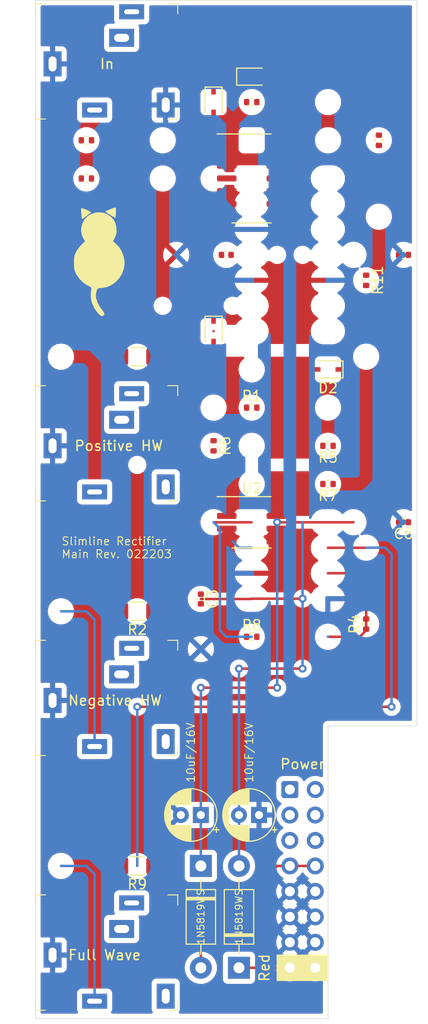
<source format=kicad_pcb>
(kicad_pcb (version 20211014) (generator pcbnew)
  (layers (0 "F.Cu" signal) (31 "B.Cu" signal) (34 "B.Paste" user) (35 "F.Paste" user) (36 "B.SilkS" user "B.Silkscreen") (37 "F.SilkS" user "F.Silkscreen") (38 "B.Mask" user) (39 "F.Mask" user) (44 "Edge.Cuts" user))
  (net 0 "")
  (net 1 "+12V")
  (net 2 "GND")
  (net 3 "-12V")
  (net 4 "Net-(D1-Pad1)")
  (net 5 "Net-(D1-Pad2)")
  (net 6 "Net-(D2-Pad1)")
  (net 7 "Net-(D3-Pad1)")
  (net 8 "Net-(D3-Pad2)")
  (net 9 "Net-(D4-Pad2)")
  (net 10 "Net-(D5-Pad2)")
  (net 11 "Net-(D6-Pad1)")
  (net 12 "Net-(J1-PadT)")
  (net 13 "Net-(J2-PadT)")
  (net 14 "Net-(J3-PadT)")
  (net 15 "Net-(J4-PadT)")
  (net 16 "Net-(R4-Pad1)")
  (net 17 "Net-(R4-Pad2)")
  (net 18 "Net-(R5-Pad2)")
  (net 19 "Net-(R6-Pad2)")
  (net 20 "Net-(R11-Pad2)")
  (net 21 "Net-(R11-Pad1)")
  (footprint "Capacitor_SMD:C_0402_1005Metric" (layer "F.Cu") (at 16.51 59.73 -90)
    (fp_text reference "C3" (at 0 -1.16 -90) (layer "F.SilkS"))
    (fp_text value "100n")
    (pad "1" smd roundrect (at -0.48 0 270) (size 0.56 0.62) (layers "F.Cu" "F.Paste" "F.Mask") (net 3 "-12V"))
    (pad "2" smd roundrect (at 0.48 0 270) (size 0.56 0.62) (layers "F.Cu" "F.Paste" "F.Mask") (net 2 "GND"))
  )
  (footprint "Diode_THT:D_DO-41_SOD81_P10.16mm_Horizontal" (layer "F.Cu") (at 20.32 96.52 90)
    (fp_text reference "D6" hide)
    (fp_text value "1N5819WS" (at 5.08 0 90) (layer "F.SilkS") (effects (font (size 0.7 0.7) (thickness 0.1))))
    (pad "1" thru_hole rect (at 0 0 90) (size 2.2 2.2) (drill 1.1) (layers *.Cu *.Mask) (net 11 "Net-(D6-Pad1)"))
    (pad "2" thru_hole oval (at 10.16 0 90) (size 2.2 2.2) (drill 1.1) (layers *.Cu *.Mask) (net 3 "-12V"))
  )
  (footprint "Resistor_SMD:R_1206_3216Metric" (layer "F.Cu") (at 10.16 60.96 180)
    (fp_text reference "R2" (at 0 -1.82 180) (layer "F.SilkS"))
    (fp_text value "1k")
    (pad "1" smd roundrect (at -1.4625 0 180) (size 1.125 1.75) (layers "F.Cu" "F.Paste" "F.Mask") (roundrect_rratio 0.222222) (net 6 "Net-(D2-Pad1)"))
    (pad "2" smd roundrect (at 1.4625 0 180) (size 1.125 1.75) (layers "F.Cu" "F.Paste" "F.Mask") (roundrect_rratio 0.222222) (net 12 "Net-(J1-PadT)"))
  )
  (footprint "Resistor_SMD:R_0402_1005Metric" (layer "F.Cu") (at 5.08 13.97)
    (fp_text reference "R12" hide)
    (fp_text value "100k" hide)
    (pad "1" smd roundrect (at -0.51 0) (size 0.54 0.64) (layers "F.Cu" "F.Paste" "F.Mask") (net 14 "Net-(J3-PadT)"))
    (pad "2" smd roundrect (at 0.51 0) (size 0.54 0.64) (layers "F.Cu" "F.Paste" "F.Mask") (net 7 "Net-(D3-Pad1)"))
  )
  (footprint "Resistor_SMD:R_0402_1005Metric" (layer "F.Cu") (at 33.02 27.94 -90)
    (fp_text reference "R11" (at 0 -1.17 -90) (layer "F.SilkS"))
    (fp_text value "100k")
    (pad "1" smd roundrect (at -0.51 0 270) (size 0.54 0.64) (layers "F.Cu" "F.Paste" "F.Mask") (net 21 "Net-(R11-Pad1)"))
    (pad "2" smd roundrect (at 0.51 0 270) (size 0.54 0.64) (layers "F.Cu" "F.Paste" "F.Mask") (net 20 "Net-(R11-Pad2)"))
  )
  (footprint "Capacitor_THT:CP_Radial_D5.0mm_P2.00mm" (layer "F.Cu") (at 22.32 81.28 180)
    (fp_text reference "C4" hide)
    (fp_text value "10uF/16V" (at 1 3.175 90) (layer "F.SilkS") (effects (font (size 0.8 0.8) (thickness 0.1)) (justify left)))
    (pad "1" thru_hole rect (at 0 0 180) (size 1.6 1.6) (drill 0.8) (layers *.Cu *.Mask) (net 2 "GND"))
    (pad "2" thru_hole circle (at 2 0 180) (size 1.6 1.6) (drill 0.8) (layers *.Cu *.Mask) (net 3 "-12V"))
  )
  (footprint "Resistor_SMD:R_0402_1005Metric" (layer "F.Cu") (at 33.02 62.23 90)
    (fp_text reference "R4" (at 0 -1.17 90) (layer "F.SilkS"))
    (fp_text value "100k")
    (pad "1" smd roundrect (at -0.51 0 90) (size 0.54 0.64) (layers "F.Cu" "F.Paste" "F.Mask") (net 16 "Net-(R4-Pad1)"))
    (pad "2" smd roundrect (at 0.51 0 90) (size 0.54 0.64) (layers "F.Cu" "F.Paste" "F.Mask") (net 17 "Net-(R4-Pad2)"))
  )
  (footprint "Resistor_SMD:R_0402_1005Metric" (layer "F.Cu") (at 29.21 48.26 180)
    (fp_text reference "R7" (at 0 -1.17 180) (layer "F.SilkS"))
    (fp_text value "100k")
    (pad "1" smd roundrect (at -0.51 0 180) (size 0.54 0.64) (layers "F.Cu" "F.Paste" "F.Mask") (net 20 "Net-(R11-Pad2)"))
    (pad "2" smd roundrect (at 0.51 0 180) (size 0.54 0.64) (layers "F.Cu" "F.Paste" "F.Mask") (net 18 "Net-(R5-Pad2)"))
  )
  (footprint "Resistor_SMD:R_0402_1005Metric" (layer "F.Cu") (at 17.78 44.45 -90)
    (fp_text reference "R6" (at 0 -1.17 -90) (layer "F.SilkS"))
    (fp_text value "100k")
    (pad "1" smd roundrect (at -0.51 0 270) (size 0.54 0.64) (layers "F.Cu" "F.Paste" "F.Mask") (net 18 "Net-(R5-Pad2)"))
    (pad "2" smd roundrect (at 0.51 0 270) (size 0.54 0.64) (layers "F.Cu" "F.Paste" "F.Mask") (net 19 "Net-(R6-Pad2)"))
  )
  (footprint "CATs_Eurosynth_Specials:CATs Tiny" (layer "F.Cu") (at 6.35 26.035)
    (fp_text reference "G***" hide)
    (fp_text value "LOGO" hide)
  )
  (footprint "Diode_SMD:D_SOD-323" (layer "F.Cu") (at 17.78 10.16 -90)
    (fp_text reference "D3" hide)
    (fp_text value "1N4148WS" hide)
    (pad "1" smd rect (at -1.05 0 270) (size 0.6 0.45) (layers "F.Cu" "F.Paste" "F.Mask") (net 7 "Net-(D3-Pad1)"))
    (pad "2" smd rect (at 1.05 0 270) (size 0.6 0.45) (layers "F.Cu" "F.Paste" "F.Mask") (net 8 "Net-(D3-Pad2)"))
  )
  (footprint "Package_SO:SOIC-8_3.9x4.9mm_P1.27mm" (layer "F.Cu") (at 21.575 52.08)
    (fp_text reference "U2" (at 0 -3.4) (layer "F.SilkS"))
    (fp_text value "TL082CDT")
    (pad "1" smd roundrect (at -2.475 -1.905) (size 1.95 0.6) (layers "F.Cu" "F.Paste" "F.Mask") (net 19 "Net-(R6-Pad2)"))
    (pad "2" smd roundrect (at -2.475 -0.635) (size 1.95 0.6) (layers "F.Cu" "F.Paste" "F.Mask") (net 18 "Net-(R5-Pad2)"))
    (pad "3" smd roundrect (at -2.475 0.635) (size 1.95 0.6) (layers "F.Cu" "F.Paste" "F.Mask") (net 2 "GND"))
    (pad "4" smd roundrect (at -2.475 1.905) (size 1.95 0.6) (layers "F.Cu" "F.Paste" "F.Mask") (net 3 "-12V"))
    (pad "5" smd roundrect (at 2.475 1.905) (size 1.95 0.6) (layers "F.Cu" "F.Paste" "F.Mask") (net 2 "GND"))
    (pad "6" smd roundrect (at 2.475 0.635) (size 1.95 0.6) (layers "F.Cu" "F.Paste" "F.Mask") (net 16 "Net-(R4-Pad1)"))
    (pad "7" smd roundrect (at 2.475 -0.635) (size 1.95 0.6) (layers "F.Cu" "F.Paste" "F.Mask") (net 17 "Net-(R4-Pad2)"))
    (pad "8" smd roundrect (at 2.475 -1.905) (size 1.95 0.6) (layers "F.Cu" "F.Paste" "F.Mask") (net 1 "+12V"))
  )
  (footprint "Connector_Audio_QingPu:Jack_3.5mm_QingPu_WQP-PJ324M" (layer "F.Cu") (at 0 95.25)
    (fp_text reference "J2" hide)
    (fp_text value "Full Wave" (at 3.175 0) (layer "F.SilkS") (effects (justify left)))
    (pad "R" thru_hole rect locked (at 9.6 -5.2) (size 2.5 1.5) (drill oval 1.5 0.5) (layers *.Cu *.Mask))
    (pad "RN" thru_hole rect locked (at 8.6 -2.6) (size 2.5 1.8) (drill oval 1.5 0.8) (layers *.Cu *.Mask))
    (pad "S" thru_hole rect locked (at 1.7 0) (size 1.8 2.5) (drill oval 0.8 1.5) (layers *.Cu *.Mask) (net 2 "GND"))
    (pad "T" thru_hole rect locked (at 5.9 4.6) (size 2.5 1.5) (drill oval 1.5 0.5) (layers *.Cu *.Mask) (net 13 "Net-(J2-PadT)"))
    (pad "TN" thru_hole rect locked (at 13 4.1) (size 1.8 2.5) (drill oval 0.8 1.5) (layers *.Cu *.Mask))
  )
  (footprint "CATs_Eurosynth_Specials:Power_2x8_Horizontal" (layer "F.Cu") (at 25.4 78.74)
    (fp_text reference "J5" hide)
    (fp_text value "Power" hide)
    (fp_text user "Red" (at -2.54 17.78 90) (layer "F.SilkS"))
    (fp_text user "Power" (at 1.27 -2.54 180) (layer "F.SilkS"))
    (pad "+5V" thru_hole circle locked (at 0 5.08) (size 1.7 1.7) (drill 1) (layers *.Cu *.Mask))
    (pad "+5V" thru_hole circle locked (at 2.54 5.08) (size 1.7 1.7) (drill 1) (layers *.Cu *.Mask))
    (pad "+12V" thru_hole circle locked (at 2.54 7.62) (size 1.7 1.7) (drill 1) (layers *.Cu *.Mask) (net 10 "Net-(D5-Pad2)"))
    (pad "+12V" thru_hole circle locked (at 0 7.62) (size 1.7 1.7) (drill 1) (layers *.Cu *.Mask) (net 10 "Net-(D5-Pad2)"))
    (pad "-12V" thru_hole circle locked (at 0 17.78) (size 1.7 1.7) (drill 1) (layers *.Cu *.Mask) (net 11 "Net-(D6-Pad1)"))
    (pad "-12V" thru_hole circle locked (at 2.54 17.78) (size 1.7 1.7) (drill 1) (layers *.Cu *.Mask) (net 11 "Net-(D6-Pad1)"))
    (pad "CV" thru_hole circle locked (at 0 2.54) (size 1.7 1.7) (drill 1) (layers *.Cu *.Mask))
    (pad "CV" thru_hole circle locked (at 2.54 2.54) (size 1.7 1.7) (drill 1) (layers *.Cu *.Mask))
    (pad "GND" thru_hole circle locked (at 2.54 10.16) (size 1.7 1.7) (drill 1) (layers *.Cu *.Mask) (net 2 "GND"))
    (pad "GND" thru_hole circle locked (at 0 12.7) (size 1.7 1.7) (drill 1) (layers *.Cu *.Mask) (net 2 "GND"))
    (pad "GND" thru_hole circle locked (at 0 10.16) (size 1.7 1.7) (drill 1) (layers *.Cu *.Mask) (net 2 "GND"))
    (pad "GND" thru_hole circle locked (at 2.54 12.7) (size 1.7 1.7) (drill 1) (layers *.Cu *.Mask) (net 2 "GND"))
    (pad "GND" thru_hole circle locked (at 2.54 15.24) (size 1.7 1.7) (drill 1) (layers *.Cu *.Mask) (net 2 "GND"))
    (pad "GND" thru_hole circle locked (at 0 15.24) (size 1.7 1.7) (drill 1) (layers *.Cu *.Mask) (net 2 "GND"))
    (pad "Gate" thru_hole roundrect locked (at 0 0) (size 1.7 1.7) (drill 1) (layers *.Cu *.Mask) (roundrect_rratio 0.147))
    (pad "Gate" thru_hole circle locked (at 2.54 0) (size 1.7 1.7) (drill 1) (layers *.Cu *.Mask))
  )
  (footprint "Resistor_SMD:R_0402_1005Metric" (layer "F.Cu") (at 21.59 63.5)
    (fp_text reference "R8" (at 0 -1.17) (layer "F.SilkS"))
    (fp_text value "100k")
    (pad "1" smd roundrect (at -0.51 0) (size 0.54 0.64) (layers "F.Cu" "F.Paste" "F.Mask") (net 19 "Net-(R6-Pad2)"))
    (pad "2" smd roundrect (at 0.51 0) (size 0.54 0.64) (layers "F.Cu" "F.Paste" "F.Mask") (net 16 "Net-(R4-Pad1)"))
  )
  (footprint "Diode_SMD:D_SOD-323" (layer "F.Cu") (at 21.59 7.62)
    (fp_text reference "D4" hide)
    (fp_text value "1N4148WS" hide)
    (pad "1" smd rect (at -1.05 0) (size 0.6 0.45) (layers "F.Cu" "F.Paste" "F.Mask") (net 8 "Net-(D3-Pad2)"))
    (pad "2" smd rect (at 1.05 0) (size 0.6 0.45) (layers "F.Cu" "F.Paste" "F.Mask") (net 9 "Net-(D4-Pad2)"))
  )
  (footprint "Connector_Audio_QingPu:Jack_3.5mm_QingPu_WQP-PJ324M" (layer "F.Cu") (at 0 6.35)
    (fp_text reference "J3" hide)
    (fp_text value "In" (at 6.35 0) (layer "F.SilkS") (effects (justify left)))
    (pad "R" thru_hole rect locked (at 9.6 -5.2) (size 2.5 1.5) (drill oval 1.5 0.5) (layers *.Cu *.Mask))
    (pad "RN" thru_hole rect locked (at 8.6 -2.6) (size 2.5 1.8) (drill oval 1.5 0.8) (layers *.Cu *.Mask))
    (pad "S" thru_hole rect locked (at 1.7 0) (size 1.8 2.5) (drill oval 0.8 1.5) (layers *.Cu *.Mask) (net 2 "GND"))
    (pad "T" thru_hole rect locked (at 5.9 4.6) (size 2.5 1.5) (drill oval 1.5 0.5) (layers *.Cu *.Mask) (net 14 "Net-(J3-PadT)"))
    (pad "TN" thru_hole rect locked (at 13 4.1) (size 1.8 2.5) (drill oval 0.8 1.5) (layers *.Cu *.Mask) (net 2 "GND"))
  )
  (footprint "Capacitor_SMD:C_0402_1005Metric" (layer "F.Cu") (at 19.05 25.4 180)
    (fp_text reference "C2" hide)
    (fp_text value "100n" hide)
    (pad "1" smd roundrect (at -0.48 0 180) (size 0.56 0.62) (layers "F.Cu" "F.Paste" "F.Mask") (net 1 "+12V"))
    (pad "2" smd roundrect (at 0.48 0 180) (size 0.56 0.62) (layers "F.Cu" "F.Paste" "F.Mask") (net 2 "GND"))
  )
  (footprint "Diode_SMD:D_SOD-323" (layer "F.Cu") (at 29.21 36.83 180)
    (fp_text reference "D2" (at 0 -1.85 180) (layer "F.SilkS"))
    (fp_text value "1N4148WS")
    (pad "1" smd rect (at -1.05 0 180) (size 0.6 0.45) (layers "F.Cu" "F.Paste" "F.Mask") (net 6 "Net-(D2-Pad1)"))
    (pad "2" smd rect (at 1.05 0 180) (size 0.6 0.45) (layers "F.Cu" "F.Paste" "F.Mask") (net 4 "Net-(D1-Pad1)"))
  )
  (footprint "Resistor_SMD:R_0402_1005Metric" (layer "F.Cu") (at 34.29 13.97 -90)
    (fp_text reference "R13" hide)
    (fp_text value "100k" hide)
    (pad "1" smd roundrect (at -0.51 0 270) (size 0.54 0.64) (layers "F.Cu" "F.Paste" "F.Mask") (net 9 "Net-(D4-Pad2)"))
    (pad "2" smd roundrect (at 0.51 0 270) (size 0.54 0.64) (layers "F.Cu" "F.Paste" "F.Mask") (net 21 "Net-(R11-Pad1)"))
  )
  (footprint "Resistor_SMD:R_0402_1005Metric" (layer "F.Cu") (at 29.21 44.45 180)
    (fp_text reference "R5" (at 0 -1.17 180) (layer "F.SilkS"))
    (fp_text value "100k")
    (pad "1" smd roundrect (at -0.51 0 180) (size 0.54 0.64) (layers "F.Cu" "F.Paste" "F.Mask") (net 6 "Net-(D2-Pad1)"))
    (pad "2" smd roundrect (at 0.51 0 180) (size 0.54 0.64) (layers "F.Cu" "F.Paste" "F.Mask") (net 18 "Net-(R5-Pad2)"))
  )
  (footprint "Diode_SMD:D_SOD-323" (layer "F.Cu") (at 17.78 33.02 -90)
    (fp_text reference "D1" hide)
    (fp_text value "1N4148WS" hide)
    (pad "1" smd rect (at -1.05 0 270) (size 0.6 0.45) (layers "F.Cu" "F.Paste" "F.Mask") (net 4 "Net-(D1-Pad1)"))
    (pad "2" smd rect (at 1.05 0 270) (size 0.6 0.45) (layers "F.Cu" "F.Paste" "F.Mask") (net 5 "Net-(D1-Pad2)"))
  )
  (footprint "Resistor_SMD:R_0402_1005Metric" (layer "F.Cu") (at 21.59 10.16)
    (fp_text reference "R10" hide)
    (fp_text value "100k" hide)
    (pad "1" smd roundrect (at -0.51 0) (size 0.54 0.64) (layers "F.Cu" "F.Paste" "F.Mask") (net 7 "Net-(D3-Pad1)"))
    (pad "2" smd roundrect (at 0.51 0) (size 0.54 0.64) (layers "F.Cu" "F.Paste" "F.Mask") (net 9 "Net-(D4-Pad2)"))
  )
  (footprint "Resistor_SMD:R_0402_1005Metric" (layer "F.Cu") (at 21.59 40.64)
    (fp_text reference "R1" (at 0 -1.17) (layer "F.SilkS"))
    (fp_text value "100k")
    (pad "1" smd roundrect (at -0.51 0) (size 0.54 0.64) (layers "F.Cu" "F.Paste" "F.Mask") (net 5 "Net-(D1-Pad2)"))
    (pad "2" smd roundrect (at 0.51 0) (size 0.54 0.64) (layers "F.Cu" "F.Paste" "F.Mask") (net 6 "Net-(D2-Pad1)"))
  )
  (footprint "Connector_Audio_QingPu:Jack_3.5mm_QingPu_WQP-PJ324M" (layer "F.Cu") (at 0 69.85)
    (fp_text reference "J1" hide)
    (fp_text value "Negative HW" (at 3.175 0) (layer "F.SilkS") (effects (justify left)))
    (pad "R" thru_hole rect locked (at 9.6 -5.2) (size 2.5 1.5) (drill oval 1.5 0.5) (layers *.Cu *.Mask))
    (pad "RN" thru_hole rect locked (at 8.6 -2.6) (size 2.5 1.8) (drill oval 1.5 0.8) (layers *.Cu *.Mask))
    (pad "S" thru_hole rect locked (at 1.7 0) (size 1.8 2.5) (drill oval 0.8 1.5) (layers *.Cu *.Mask) (net 2 "GND"))
    (pad "T" thru_hole rect locked (at 5.9 4.6) (size 2.5 1.5) (drill oval 1.5 0.5) (layers *.Cu *.Mask) (net 12 "Net-(J1-PadT)"))
    (pad "TN" thru_hole rect locked (at 13 4.1) (size 1.8 2.5) (drill oval 0.8 1.5) (layers *.Cu *.Mask))
  )
  (footprint "Capacitor_SMD:C_0402_1005Metric" (layer "F.Cu") (at 36.75 25.4 180)
    (fp_text reference "C5" hide)
    (fp_text value "100n" hide)
    (pad "1" smd roundrect (at -0.48 0 180) (size 0.56 0.62) (layers "F.Cu" "F.Paste" "F.Mask") (net 2 "GND"))
    (pad "2" smd roundrect (at 0.48 0 180) (size 0.56 0.62) (layers "F.Cu" "F.Paste" "F.Mask") (net 3 "-12V"))
  )
  (footprint "Resistor_SMD:R_1206_3216Metric" (layer "F.Cu") (at 10.16 35.56 180)
    (fp_text reference "R14" hide)
    (fp_text value "1k" hide)
    (pad "1" smd roundrect (at -1.4625 0 180) (size 1.125 1.75) (layers "F.Cu" "F.Paste" "F.Mask") (roundrect_rratio 0.222222) (net 20 "Net-(R11-Pad2)"))
    (pad "2" smd roundrect (at 1.4625 0 180) (size 1.125 1.75) (layers "F.Cu" "F.Paste" "F.Mask") (roundrect_rratio 0.222222) (net 15 "Net-(J4-PadT)"))
  )
  (footprint "Capacitor_THT:CP_Radial_D5.0mm_P2.00mm" (layer "F.Cu") (at 16.51 81.28 180)
    (fp_text reference "C1" hide)
    (fp_text value "10uF/16V" (at 1 3.175 90) (layer "F.SilkS") (effects (font (size 0.8 0.8) (thickness 0.1)) (justify left)))
    (pad "1" thru_hole rect (at 0 0 180) (size 1.6 1.6) (drill 0.8) (layers *.Cu *.Mask) (net 1 "+12V"))
    (pad "2" thru_hole circle (at 2 0 180) (size 1.6 1.6) (drill 0.8) (layers *.Cu *.Mask) (net 2 "GND"))
  )
  (footprint "Capacitor_SMD:C_0402_1005Metric" (layer "F.Cu") (at 36.75 52.07 180)
    (fp_text reference "C6" (at 0 -1.16 180) (layer "F.SilkS"))
    (fp_text value "100n")
    (pad "1" smd roundrect (at -0.48 0 180) (size 0.56 0.62) (layers "F.Cu" "F.Paste" "F.Mask") (net 2 "GND"))
    (pad "2" smd roundrect (at 0.48 0 180) (size 0.56 0.62) (layers "F.Cu" "F.Paste" "F.Mask") (net 1 "+12V"))
  )
  (footprint "Resistor_SMD:R_1206_3216Metric" (layer "F.Cu") (at 10.16 86.36 180)
    (fp_text reference "R9" (at 0 -1.82 180) (layer "F.SilkS"))
    (fp_text value "1k")
    (pad "1" smd roundrect (at -1.4625 0 180) (size 1.125 1.75) (layers "F.Cu" "F.Paste" "F.Mask") (roundrect_rratio 0.222222) (net 17 "Net-(R4-Pad2)"))
    (pad "2" smd roundrect (at 1.4625 0 180) (size 1.125 1.75) (layers "F.Cu" "F.Paste" "F.Mask") (roundrect_rratio 0.222222) (net 13 "Net-(J2-PadT)"))
  )
  (footprint "Resistor_SMD:R_0402_1005Metric" (layer "F.Cu") (at 5.08 17.78)
    (fp_text reference "R3" hide)
    (fp_text value "100k" hide)
    (pad "1" smd roundrect (at -0.51 0) (size 0.54 0.64) (layers "F.Cu" "F.Paste" "F.Mask") (net 14 "Net-(J3-PadT)"))
    (pad "2" smd roundrect (at 0.51 0) (size 0.54 0.64) (layers "F.Cu" "F.Paste" "F.Mask") (net 5 "Net-(D1-Pad2)"))
  )
  (footprint "Package_SO:SOIC-14_3.9x8.7mm_P1.27mm" (layer "F.Cu") (at 21.575 17.775)
    (fp_text reference "U1" hide)
    (fp_text value "TL084CDT" hide)
    (pad "1" smd roundrect (at -2.475 -3.81) (size 1.95 0.6) (layers "F.Cu" "F.Paste" "F.Mask") (net 8 "Net-(D3-Pad2)"))
    (pad "2" smd roundrect (at -2.475 -2.54) (size 1.95 0.6) (layers "F.Cu" "F.Paste" "F.Mask") (net 7 "Net-(D3-Pad1)"))
    (pad "3" smd roundrect (at -2.475 -1.27) (size 1.95 0.6) (layers "F.Cu" "F.Paste" "F.Mask") (net 2 "GND"))
    (pad "4" smd roundrect (at -2.475 0) (size 1.95 0.6) (layers "F.Cu" "F.Paste" "F.Mask") (net 1 "+12V"))
    (pad "5" smd roundrect (at -2.475 1.27) (size 1.95 0.6) (layers "F.Cu" "F.Paste" "F.Mask") (net 2 "GND"))
    (pad "6" smd roundrect (at -2.475 2.54) (size 1.95 0.6) (layers "F.Cu" "F.Paste" "F.Mask") (net 5 "Net-(D1-Pad2)"))
    (pad "7" smd roundrect (at -2.475 3.81) (size 1.95 0.6) (layers "F.Cu" "F.Paste" "F.Mask") (net 4 "Net-(D1-Pad1)"))
    (pad "8" smd roundrect (at 2.475 3.81) (size 1.95 0.6) (layers "F.Cu" "F.Paste" "F.Mask") (net 20 "Net-(R11-Pad2)"))
    (pad "9" smd roundrect (at 2.475 2.54) (size 1.95 0.6) (layers "F.Cu" "F.Paste" "F.Mask") (net 21 "Net-(R11-Pad1)"))
    (pad "10" smd roundrect (at 2.475 1.27) (size 1.95 0.6) (layers "F.Cu" "F.Paste" "F.Mask") (net 2 "GND"))
    (pad "11" smd roundrect (at 2.475 0) (size 1.95 0.6) (layers "F.Cu" "F.Paste" "F.Mask") (net 3 "-12V"))
    (pad "12" smd roundrect (at 2.475 -1.27) (size 1.95 0.6) (layers "F.Cu" "F.Paste" "F.Mask"))
    (pad "13" smd roundrect (at 2.475 -2.54) (size 1.95 0.6) (layers "F.Cu" "F.Paste" "F.Mask"))
    (pad "14" smd roundrect (at 2.475 -3.81) (size 1.95 0.6) (layers "F.Cu" "F.Paste" "F.Mask"))
  )
  (footprint "Connector_Audio_QingPu:Jack_3.5mm_QingPu_WQP-PJ324M" (layer "F.Cu") (at 0 44.45)
    (fp_text reference "J4" hide)
    (fp_text value "Positive HW" (at 3.81 0) (layer "F.SilkS") (effects (justify left)))
    (pad "R" thru_hole rect locked (at 9.6 -5.2) (size 2.5 1.5) (drill oval 1.5 0.5) (layers *.Cu *.Mask))
    (pad "RN" thru_hole rect locked (at 8.6 -2.6) (size 2.5 1.8) (drill oval 1.5 0.8) (layers *.Cu *.Mask))
    (pad "S" thru_hole rect locked (at 1.7 0) (size 1.8 2.5) (drill oval 0.8 1.5) (layers *.Cu *.Mask) (net 2 "GND"))
    (pad "T" thru_hole rect locked (at 5.9 4.6) (size 2.5 1.5) (drill oval 1.5 0.5) (layers *.Cu *.Mask) (net 15 "Net-(J4-PadT)"))
    (pad "TN" thru_hole rect locked (at 13 4.1) (size 1.8 2.5) (drill oval 0.8 1.5) (layers *.Cu *.Mask))
  )
  (footprint "Diode_THT:D_DO-41_SOD81_P10.16mm_Horizontal" (layer "F.Cu") (at 16.51 86.36 -90)
    (fp_text reference "D5" hide)
    (fp_text value "1N5819WS" (at 5.08 0 90) (layer "F.SilkS") (effects (font (size 0.7 0.7) (thickness 0.1))))
    (pad "1" thru_hole rect (at 0 0 270) (size 2.2 2.2) (drill 1.1) (layers *.Cu *.Mask) (net 1 "+12V"))
    (pad "2" thru_hole oval (at 10.16 0 270) (size 2.2 2.2) (drill 1.1) (layers *.Cu *.Mask) (net 10 "Net-(D5-Pad2)"))
  )
  (gr_line (start 29.21 72.39) (end 38.1 72.39) (layer "Edge.Cuts") (width 0.05))
  (gr_line (start 0 0) (end 0 101.6) (layer "Edge.Cuts") (width 0.05))
  (gr_line (start 0 101.6) (end 29.21 101.6) (layer "Edge.Cuts") (width 0.05))
  (gr_line (start 0 0) (end 38.1 0) (layer "Edge.Cuts") (width 0.05))
  (gr_line (start 29.21 101.6) (end 29.21 72.39) (layer "Edge.Cuts") (width 0.05))
  (gr_line (start 38.1 0) (end 38.1 72.39) (layer "Edge.Cuts") (width 0.05))
  (gr_text "Slimline Rectifier\nMain Rev. 022203" (at 2.54 54.61) (layer "F.SilkS") (effects (font (size 0.8 0.8) (thickness 0.1)) (justify left)))
  (segment (start 29.195 52.08) (end 31.74 52.08) (width 0.25) (layer "F.Cu") (net 1))
  (segment (start 16.51 68.58) (end 24.13 68.58) (width 0.25) (layer "F.Cu") (net 1))
  (segment (start 24.14 52.08) (end 29.195 52.08) (width 0.25) (layer "F.Cu") (net 1))
  (segment (start 31.74 52.08) (end 31.75 52.07) (width 0.25) (layer "F.Cu") (net 1))
  (segment (start 24.13 52.07) (end 24.14 52.08) (width 0.25) (layer "F.Cu") (net 1))
  (via (at 24.13 52.07) (size 0.8) (drill 0.4) (layers "F.Cu" "B.Cu") (net 1))
  (via (at 16.51 68.58) (size 0.8) (drill 0.4) (layers "F.Cu" "B.Cu") (net 1))
  (via (at 24.13 68.58) (size 0.8) (drill 0.4) (layers "F.Cu" "B.Cu") (net 1))
  (segment (start 16.51 81.28) (end 16.51 68.58) (width 0.25) (layer "B.Cu") (net 1))
  (segment (start 16.51 86.36) (end 16.51 81.28) (width 0.25) (layer "B.Cu") (net 1))
  (segment (start 24.13 59.69) (end 24.13 52.07) (width 0.25) (layer "B.Cu") (net 1))
  (segment (start 24.13 68.58) (end 24.13 59.69) (width 0.25) (layer "B.Cu") (net 1))
  (segment (start 16.51 59.73) (end 21.545 59.73) (width 0.25) (layer "F.Cu") (net 3))
  (segment (start 26.66 59.7) (end 21.575 59.7) (width 0.25) (layer "F.Cu") (net 3))
  (segment (start 26.67 59.69) (end 26.66 59.7) (width 0.25) (layer "F.Cu") (net 3))
  (segment (start 20.32 66.675) (end 26.67 66.675) (width 0.25) (layer "F.Cu") (net 3))
  (segment (start 21.545 59.73) (end 21.575 59.7) (width 0.25) (layer "F.Cu") (net 3))
  (via (at 26.67 59.69) (size 0.8) (drill 0.4) (layers "F.Cu" "B.Cu") (net 3))
  (via (at 20.32 66.675) (size 0.8) (drill 0.4) (layers "F.Cu" "B.Cu") (net 3))
  (via (at 26.67 66.675) (size 0.8) (drill 0.4) (layers "F.Cu" "B.Cu") (net 3))
  (segment (start 20.32 81.28) (end 20.32 66.675) (width 0.25) (layer "B.Cu") (net 3))
  (segment (start 20.32 86.36) (end 20.32 81.28) (width 0.25) (layer "B.Cu") (net 3))
  (segment (start 26.67 66.675) (end 26.67 59.69) (width 0.25) (layer "B.Cu") (net 3))
  (segment (start 26.67 59.69) (end 26.67 52.07) (width 0.25) (layer "B.Cu") (net 3))
  (segment (start 17.785 33.015) (end 17.78 33.02) (width 0.25) (layer "F.Cu") (net 4))
  (segment (start 23.495 86.995) (end 24.13 86.36) (width 0.25) (layer "F.Cu") (net 10))
  (segment (start 25.4 86.36) (end 27.94 86.36) (width 0.25) (layer "F.Cu") (net 10))
  (segment (start 17.145 91.44) (end 22.86 91.44) (width 0.25) (layer "F.Cu") (net 10))
  (segment (start 22.86 91.44) (end 23.495 90.805) (width 0.25) (layer "F.Cu") (net 10))
  (segment (start 16.51 96.52) (end 16.51 92.075) (width 0.25) (layer "F.Cu") (net 10))
  (segment (start 16.51 92.075) (end 17.145 91.44) (width 0.25) (layer "F.Cu") (net 10))
  (segment (start 24.13 86.36) (end 25.4 86.36) (width 0.25) (layer "F.Cu") (net 10))
  (segment (start 23.495 90.805) (end 23.495 86.995) (width 0.25) (layer "F.Cu") (net 10))
  (segment (start 27.94 96.52) (end 25.4 96.52) (width 0.25) (layer "F.Cu") (net 11))
  (segment (start 25.4 96.52) (end 20.32 96.52) (width 0.25) (layer "F.Cu") (net 11))
  (segment (start 5.9 61.78) (end 5.08 60.96) (width 0.25) (layer "B.Cu") (net 12))
  (segment (start 5.9 74.45) (end 5.9 61.78) (width 0.25) (layer "B.Cu") (net 12))
  (segment (start 5.08 60.96) (end 2.54 60.96) (width 0.25) (layer "B.Cu") (net 12))
  (segment (start 5.9 87.18) (end 5.08 86.36) (width 0.25) (layer "B.Cu") (net 13))
  (segment (start 5.9 99.85) (end 5.9 87.18) (width 0.25) (layer "B.Cu") (net 13))
  (segment (start 5.08 86.36) (end 2.54 86.36) (width 0.25) (layer "B.Cu") (net 13))
  (segment (start 29.195 57.16) (end 31.76 57.16) (width 0.25) (layer "F.Cu") (net 16))
  (segment (start 33.02 58.42) (end 33.02 62.23) (width 0.25) (layer "F.Cu") (net 16))
  (segment (start 32.385 63.5) (end 33.02 62.865) (width 0.25) (layer "F.Cu") (net 16))
  (segment (start 33.02 62.865) (end 33.02 62.23) (width 0.25) (layer "F.Cu") (net 16))
  (segment (start 29.21 63.5) (end 32.385 63.5) (width 0.25) (layer "F.Cu") (net 16))
  (segment (start 31.76 57.16) (end 33.02 58.42) (width 0.25) (layer "F.Cu") (net 16))
  (segment (start 29.195 63.485) (end 29.21 63.5) (width 0.25) (layer "B.Cu") (net 16))
  (segment (start 35.56 70.485) (end 10.16 70.485) (width 0.25) (layer "F.Cu") (net 17))
  (segment (start 29.195 54.62) (end 33.01 54.62) (width 0.25) (layer "F.Cu") (net 17))
  (segment (start 33.01 54.62) (end 33.02 54.61) (width 0.25) (layer "F.Cu") (net 17))
  (via (at 10.16 70.485) (size 0.8) (drill 0.4) (layers "F.Cu" "B.Cu") (net 17))
  (via (at 35.56 70.485) (size 0.8) (drill 0.4) (layers "F.Cu" "B.Cu") (net 17))
  (segment (start 33.02 54.61) (end 34.925 54.61) (width 0.25) (layer "B.Cu") (net 17))
  (segment (start 10.16 70.485) (end 10.16 86.36) (width 0.25) (layer "B.Cu") (net 17))
  (segment (start 34.925 54.61) (end 35.56 55.245) (width 0.25) (layer "B.Cu") (net 17))
  (segment (start 35.56 55.245) (end 35.56 70.485) (width 0.25) (layer "B.Cu") (net 17))
  (segment (start 19.685 53.975) (end 20.33 54.62) (width 0.25) (layer "B.Cu") (net 18))
  (segment (start 20.33 54.62) (end 21.575 54.62) (width 0.25) (layer "B.Cu") (net 18))
  (segment (start 21.575 52.08) (end 17.79 52.08) (width 0.25) (layer "F.Cu") (net 19))
  (segment (start 17.79 52.08) (end 17.78 52.07) (width 0.25) (layer "F.Cu") (net 19))
  (segment (start 18.415 52.705) (end 17.78 52.07) (width 0.25) (layer "B.Cu") (net 19))
  (segment (start 19.05 63.5) (end 18.415 62.865) (width 0.25) (layer "B.Cu") (net 19))
  (segment (start 18.415 62.865) (end 18.415 52.705) (width 0.25) (layer "B.Cu") (net 19))
  (segment (start 21.59 63.5) (end 19.05 63.5) (width 0.25) (layer "B.Cu") (net 19))
  (segment (start 12.065 34.925) (end 11.43 35.56) (width 0.25) (layer "F.Cu") (net 20))
  (zone (net 2) (net_name "GND") (layers F&B.Cu) (connect_pads (clearance 0.508)) (min_thickness 0.254) (fill yes (thermal_gap 0.508) (thermal_bridge_width 0.508))
    (polygon (pts (xy 38.1 72.39) (xy 29.21 72.39) (xy 29.21 101.6) (xy 0 101.6) (xy 0 0) (xy 38.1 0)))
  )
)
</source>
